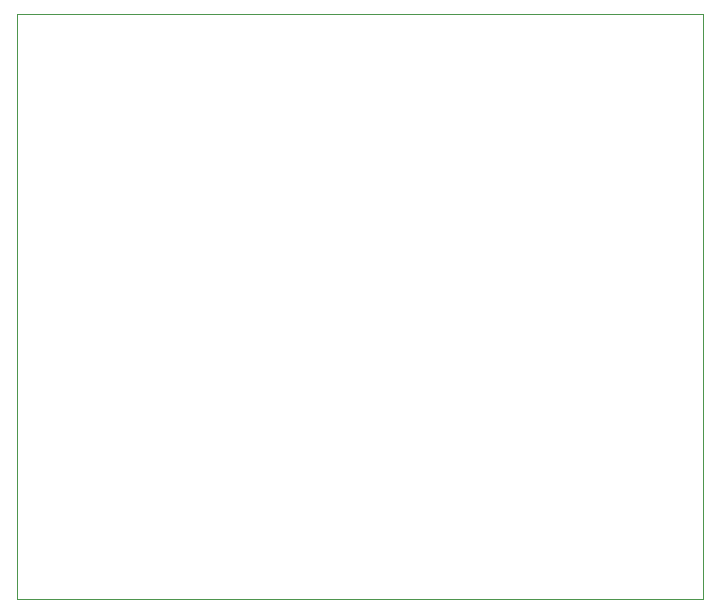
<source format=gtp>
G75*
G70*
%OFA0B0*%
%FSLAX24Y24*%
%IPPOS*%
%LPD*%
%AMOC8*
5,1,8,0,0,1.08239X$1,22.5*
%
%ADD10C,0.0000*%
D10*
X000100Y010252D02*
X000100Y029748D01*
X022970Y029748D01*
X022970Y010252D01*
X000100Y010252D01*
M02*

</source>
